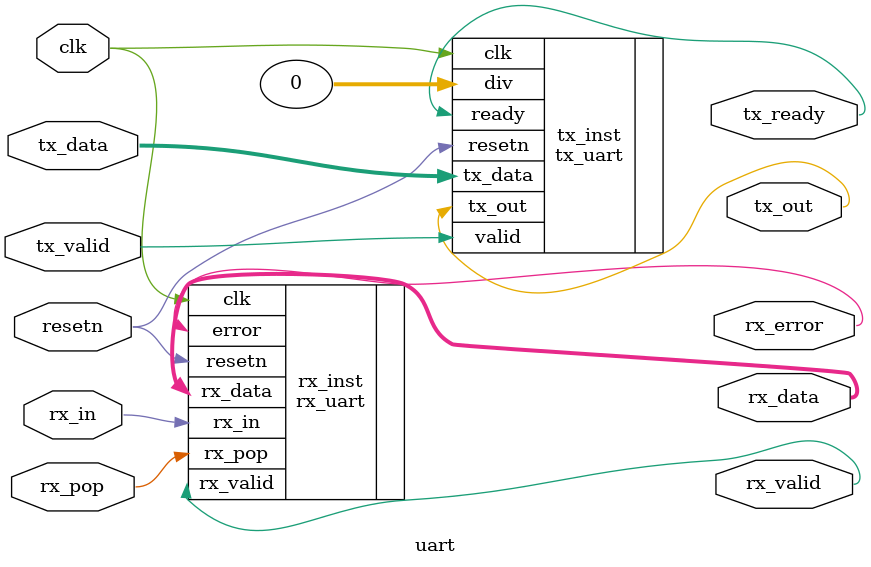
<source format=v>
`default_nettype none
`timescale 1ns / 1ps

module uart #(
    parameter SYSTEM_CLK = 100_000_000,
    parameter BAUDRATE   = 9600
)(
    input  wire        clk,
    input  wire        resetn,
    
    // TX Interface
    input  wire        tx_valid,
    input  wire [7:0]  tx_data,
    output wire        tx_ready,
    output wire        tx_out,
    
    // RX Interface
    input  wire        rx_pop,
    input  wire        rx_in,
    output wire [7:0]  rx_data,
    output wire        rx_valid,
    output wire        rx_error
);

    // TX UART Instance
    tx_uart #(
        .SYSTEM_CLK(SYSTEM_CLK),
        .BAUDRATE(BAUDRATE)
    ) tx_inst (
        .clk(clk),
        .resetn(resetn),
        .valid(tx_valid),
        .tx_data(tx_data),
        .div(32'd0),           // Use default baud rate calculation
        .tx_out(tx_out),
        .ready(tx_ready)
    );
    
    // RX UART Instance
    rx_uart #(
        .SYSTEM_CLK(SYSTEM_CLK),
        .BAUDRATE(BAUDRATE)
    ) rx_inst (
        .clk(clk),
        .resetn(resetn),
        .rx_in(rx_in),
        .rx_pop(rx_pop),
        .rx_data(rx_data),
        .rx_valid(rx_valid),
        .error(rx_error)
    );

endmodule

</source>
